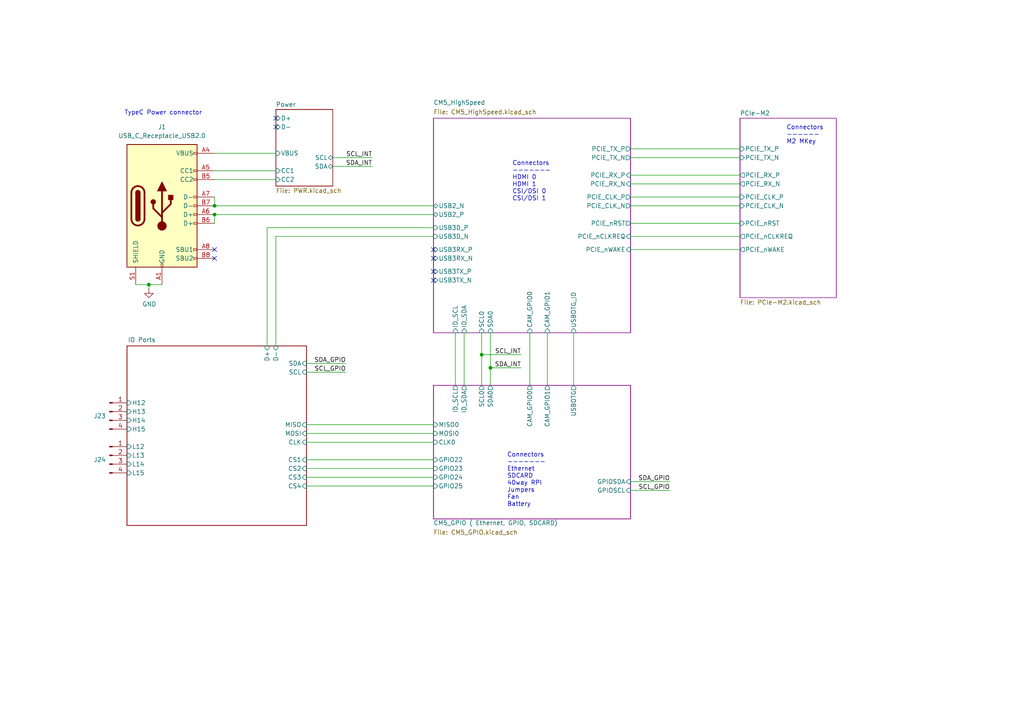
<source format=kicad_sch>
(kicad_sch (version 20231120) (generator "eeschema") (generator_version "8.0")
  (paper "A4")
  (title_block (title "Compute Module 5 IO Board - Top Level") (rev "1") (company "Copyright © 2024 Raspberry Pi Ltd.") (comment 1 "www.raspberrypi.com"))
  (lib_symbols
    (symbol "Connector:Conn_01x04_Pin" (pin_names (offset 1.016) hide)
      (property "Reference" "J" (at 0 5.08 0))
      (property "Value" "Conn_01x04_Pin" (at 0 -7.62 0))
      (symbol "Conn_01x04_Pin_1_1"
        (polyline (pts (xy 1.27 -5.08) (xy 0.8636 -5.08)) (stroke (width 0.1524)))
        (polyline (pts (xy 1.27 -2.54) (xy 0.8636 -2.54)) (stroke (width 0.1524)))
        (polyline (pts (xy 1.27 0) (xy 0.8636 0)) (stroke (width 0.1524)))
        (polyline (pts (xy 1.27 2.54) (xy 0.8636 2.54)) (stroke (width 0.1524)))
        (rectangle (start 0.8636 -4.953) (end 0 -5.207) (stroke (width 0.1524)) (fill (type outline)))
        (rectangle (start 0.8636 -2.413) (end 0 -2.667) (stroke (width 0.1524)) (fill (type outline)))
        (rectangle (start 0.8636 0.127) (end 0 -0.127) (stroke (width 0.1524)) (fill (type outline)))
        (rectangle (start 0.8636 2.667) (end 0 2.413) (stroke (width 0.1524)) (fill (type outline)))
        (pin passive line (at 5.08 2.54 180) (length 3.81) (name "Pin_1") (number "1"))
        (pin passive line (at 5.08 0 180) (length 3.81) (name "Pin_2") (number "2"))
        (pin passive line (at 5.08 -2.54 180) (length 3.81) (name "Pin_3") (number "3"))
        (pin passive line (at 5.08 -5.08 180) (length 3.81) (name "Pin_4") (number "4"))
      )
    )
    (symbol "Connector:USB_C_Receptacle_USB2.0_16P" (pin_names (offset 1.016))
      (property "Reference" "J" (at 0 22.225 0))
      (property "Value" "USB_C_Receptacle_USB2.0_16P" (at 0 19.685 0))
      (symbol "USB_C_Receptacle_USB2.0_16P_0_0"
        (rectangle (start -0.254 -17.78) (end 0.254 -16.764))
        (rectangle (start 10.16 -14.986) (end 9.144 -15.494))
        (rectangle (start 10.16 -12.446) (end 9.144 -12.954))
        (rectangle (start 10.16 -4.826) (end 9.144 -5.334))
        (rectangle (start 10.16 -2.286) (end 9.144 -2.794))
        (rectangle (start 10.16 0.254) (end 9.144 -0.254))
        (rectangle (start 10.16 2.794) (end 9.144 2.286))
        (rectangle (start 10.16 7.874) (end 9.144 7.366))
        (rectangle (start 10.16 10.414) (end 9.144 9.906))
        (rectangle (start 10.16 15.494) (end 9.144 14.986))
      )
      (symbol "USB_C_Receptacle_USB2.0_16P_0_1"
        (rectangle (start -10.16 17.78) (end 10.16 -17.78) (stroke (width 0.254)) (fill (type background)))
        (arc (start -8.89 -3.81) (mid -6.985 -5.7067) (end -5.08 -3.81) (stroke (width 0.508)))
        (arc (start -7.62 -3.81) (mid -6.985 -4.4423) (end -6.35 -3.81) (stroke (width 0.254)))
        (arc (start -7.62 -3.81) (mid -6.985 -4.4423) (end -6.35 -3.81) (stroke (width 0.254)) (fill (type outline)))
        (rectangle (start -7.62 -3.81) (end -6.35 3.81) (stroke (width 0.254)) (fill (type outline)))
        (arc (start -6.35 3.81) (mid -6.985 4.4423) (end -7.62 3.81) (stroke (width 0.254)))
        (arc (start -6.35 3.81) (mid -6.985 4.4423) (end -7.62 3.81) (stroke (width 0.254)) (fill (type outline)))
        (arc (start -5.08 3.81) (mid -6.985 5.7067) (end -8.89 3.81) (stroke (width 0.508)))
        (circle (center -2.54 1.143) (radius 0.635) (stroke (width 0.254)) (fill (type outline)))
        (circle (center 0 -5.842) (radius 1.27) (fill (type outline)))
        (polyline (pts (xy -8.89 -3.81) (xy -8.89 3.81)) (stroke (width 0.508)))
        (polyline (pts (xy -5.08 3.81) (xy -5.08 -3.81)) (stroke (width 0.508)))
        (polyline (pts (xy 0 -5.842) (xy 0 4.318)) (stroke (width 0.508)))
        (polyline (pts (xy 0 -3.302) (xy -2.54 -0.762) (xy -2.54 0.508)) (stroke (width 0.508)))
        (polyline (pts (xy 0 -2.032) (xy 2.54 0.508) (xy 2.54 1.778)) (stroke (width 0.508)))
        (polyline (pts (xy -1.27 4.318) (xy 0 6.858) (xy 1.27 4.318) (xy -1.27 4.318)) (stroke (width 0.254)) (fill (type outline)))
        (rectangle (start 1.905 1.778) (end 3.175 3.048) (stroke (width 0.254)) (fill (type outline)))
      )
      (symbol "USB_C_Receptacle_USB2.0_16P_1_1"
        (pin passive line (at 0 -22.86 90) (length 5.08) (name "GND") (number "A1"))
        (pin passive line (at 0 -22.86 90) (length 5.08) hide (name "GND") (number "A12"))
        (pin passive line (at 15.24 15.24 180) (length 5.08) (name "VBUS") (number "A4"))
        (pin bidirectional line (at 15.24 10.16 180) (length 5.08) (name "CC1") (number "A5"))
        (pin bidirectional line (at 15.24 -2.54 180) (length 5.08) (name "D+") (number "A6"))
        (pin bidirectional line (at 15.24 2.54 180) (length 5.08) (name "D-") (number "A7"))
        (pin bidirectional line (at 15.24 -12.7 180) (length 5.08) (name "SBU1") (number "A8"))
        (pin passive line (at 15.24 15.24 180) (length 5.08) hide (name "VBUS") (number "A9"))
        (pin passive line (at 0 -22.86 90) (length 5.08) hide (name "GND") (number "B1"))
        (pin passive line (at 0 -22.86 90) (length 5.08) hide (name "GND") (number "B12"))
        (pin passive line (at 15.24 15.24 180) (length 5.08) hide (name "VBUS") (number "B4"))
        (pin bidirectional line (at 15.24 7.62 180) (length 5.08) (name "CC2") (number "B5"))
        (pin bidirectional line (at 15.24 -5.08 180) (length 5.08) (name "D+") (number "B6"))
        (pin bidirectional line (at 15.24 0 180) (length 5.08) (name "D-") (number "B7"))
        (pin bidirectional line (at 15.24 -15.24 180) (length 5.08) (name "SBU2") (number "B8"))
        (pin passive line (at 15.24 15.24 180) (length 5.08) hide (name "VBUS") (number "B9"))
        (pin passive line (at -7.62 -22.86 90) (length 5.08) (name "SHIELD") (number "S1"))
      )
    )
    (symbol "power:GND" (power) (pin_numbers hide) (pin_names (offset 0) hide)
      (property "Value" "GND" (at 0 -3.81 0))
      (symbol "GND_0_1"
        (polyline (pts (xy 0 0) (xy 0 -1.27) (xy 1.27 -1.27) (xy 0 -2.54) (xy -1.27 -1.27) (xy 0 -1.27)))
      )
      (symbol "GND_1_1"
        (pin power_in line (at 0 0 270) (length 0) (name "~") (number "1"))
      )
    )
  )
  (junction (at 43.18 82.55))
  (junction (at 139.7 102.87))
  (junction (at 62.23 59.69))
  (junction (at 142.24 106.68))
  (junction (at 62.23 62.23))
  (no_connect (at 125.73 81.28))
  (no_connect (at 125.73 72.39))
  (no_connect (at 125.73 74.93))
  (no_connect (at 80.01 34.29))
  (no_connect (at 80.01 36.83))
  (no_connect (at 62.23 74.93))
  (no_connect (at 125.73 78.74))
  (no_connect (at 62.23 72.39))
  (wire (pts (xy 88.9 135.89) (xy 125.73 135.89)))
  (wire (pts (xy 182.88 53.34) (xy 214.63 53.34)))
  (wire (pts (xy 194.31 142.24) (xy 182.88 142.24)))
  (wire (pts (xy 88.9 125.73) (xy 125.73 125.73)))
  (wire (pts (xy 100.33 105.41) (xy 88.9 105.41)))
  (wire (pts (xy 182.88 68.58) (xy 214.63 68.58)))
  (wire (pts (xy 88.9 140.97) (xy 125.73 140.97)))
  (wire (pts (xy 43.18 83.82) (xy 43.18 82.55)))
  (wire (pts (xy 96.52 45.72) (xy 107.95 45.72)))
  (wire (pts (xy 142.24 106.68) (xy 151.13 106.68)))
  (wire (pts (xy 96.52 48.26) (xy 107.95 48.26)))
  (wire (pts (xy 182.88 43.18) (xy 214.63 43.18)))
  (wire (pts (xy 88.9 133.35) (xy 125.73 133.35)))
  (wire (pts (xy 88.9 128.27) (xy 125.73 128.27)))
  (wire (pts (xy 80.01 68.58) (xy 80.01 100.33)))
  (wire (pts (xy 182.88 57.15) (xy 214.63 57.15)))
  (wire (pts (xy 153.67 96.52) (xy 153.67 111.76)))
  (wire (pts (xy 142.24 96.52) (xy 142.24 106.68)))
  (wire (pts (xy 182.88 45.72) (xy 214.63 45.72)))
  (wire (pts (xy 158.75 96.52) (xy 158.75 111.76)))
  (wire (pts (xy 139.7 102.87) (xy 151.13 102.87)))
  (wire (pts (xy 166.37 96.52) (xy 166.37 111.76)))
  (wire (pts (xy 182.88 64.77) (xy 214.63 64.77)))
  (wire (pts (xy 134.62 96.52) (xy 134.62 111.76)))
  (wire (pts (xy 62.23 57.15) (xy 62.23 59.69)))
  (wire (pts (xy 62.23 52.07) (xy 80.01 52.07)))
  (wire (pts (xy 132.08 96.52) (xy 132.08 111.76)))
  (wire (pts (xy 80.01 68.58) (xy 125.73 68.58)))
  (wire (pts (xy 142.24 106.68) (xy 142.24 111.76)))
  (wire (pts (xy 77.47 66.04) (xy 125.73 66.04)))
  (wire (pts (xy 62.23 59.69) (xy 125.73 59.69)))
  (wire (pts (xy 62.23 62.23) (xy 125.73 62.23)))
  (wire (pts (xy 62.23 44.45) (xy 80.01 44.45)))
  (wire (pts (xy 43.18 82.55) (xy 46.99 82.55)))
  (wire (pts (xy 182.88 59.69) (xy 214.63 59.69)))
  (wire (pts (xy 39.37 82.55) (xy 43.18 82.55)))
  (wire (pts (xy 139.7 96.52) (xy 139.7 102.87)))
  (wire (pts (xy 100.33 107.95) (xy 88.9 107.95)))
  (wire (pts (xy 194.31 139.7) (xy 182.88 139.7)))
  (wire (pts (xy 182.88 50.8) (xy 214.63 50.8)))
  (wire (pts (xy 62.23 49.53) (xy 80.01 49.53)))
  (wire (pts (xy 77.47 66.04) (xy 77.47 100.33)))
  (wire (pts (xy 88.9 123.19) (xy 125.73 123.19)))
  (wire (pts (xy 88.9 138.43) (xy 125.73 138.43)))
  (wire (pts (xy 182.88 72.39) (xy 214.63 72.39)))
  (wire (pts (xy 139.7 102.87) (xy 139.7 111.76)))
  (wire (pts (xy 62.23 62.23) (xy 62.23 64.77)))
  (text "Connectors\n-------\nEthernet\nSDCARD\n40way RPI\nJumpers\nFan\nBattery" (at 147.066 147.066 0) (effects (font (size 1.27 1.27)) (justify left bottom)))
  (text "Connectors\n------\nM2 MKey" (at 228.092 41.91 0) (effects (font (size 1.27 1.27)) (justify left bottom)))
  (text "TypeC Power connector" (at 36.068 33.528 0) (effects (font (size 1.27 1.27)) (justify left bottom)))
  (text "Connectors\n-------\nHDMI 0\nHDMI 1\nCSI/DSI 0\nCSI/DSI 1" (at 148.59 58.42 0) (effects (font (size 1.27 1.27)) (justify left bottom)))
  (label "SDA_INT" (at 107.95 48.26 180))
  (label "SDA_INT" (at 151.13 106.68 180))
  (label "SDA_GPIO" (at 194.31 139.7 180))
  (label "SCL_INT" (at 151.13 102.87 180))
  (label "SCL_INT" (at 107.95 45.72 180))
  (label "SDA_GPIO" (at 100.33 105.41 180))
  (label "SCL_GPIO" (at 194.31 142.24 180))
  (label "SCL_GPIO" (at 100.33 107.95 180))
  (symbol (lib_id "Connector:USB_C_Receptacle_USB2.0_16P") (at 46.99 59.69 0) (unit 1)
    (property "Reference" "J1" (at 46.99 36.83 0))
    (property "Value" "USB_C_Receptacle_USB2.0" (at 46.99 39.37 0))
    (property "Footprint" "Connector_USB:USB_C_Receptacle_GCT_USB4105-xx-A_16P_TopMnt_Horizontal" (effects (hide yes)))
    (property "Datasheet" "https://www.usb.org/sites/default/files/documents/usb_type-c.zip" (effects (hide yes)))
    (property "Field5" "USBF31-0171" (effects (hide yes)))
    (property "Field6" "USBF31-0171" (effects (hide yes)))
    (property "Field7" "MTCONN" (effects (hide yes)))
    (property "Part Description" "USBC USB2 data and power connector" (effects (hide yes)))
  )
  (symbol (lib_id "Connector:Conn_01x04_Pin") (at 31.75 132.08 0) (unit 1)
    (property "Reference" "J24" (at 30.734 133.35 0) (effects (justify right)))
    (property "Value" "Conn_01x04_Pin" (effects (hide yes)))
    (property "Footprint" "Connector_PinHeader_1.27mm:PinHeader_1x04_P1.27mm_Vertical" (effects (hide yes)))
    (property "Description" "Generic connector, single row, 01x04, script generated" (effects (hide yes)))
  )
  (symbol (lib_id "Connector:Conn_01x04_Pin") (at 31.75 119.38 0) (unit 1)
    (property "Reference" "J23" (at 30.734 120.65 0) (effects (justify right)))
    (property "Value" "Conn_01x04_Pin" (effects (hide yes)))
    (property "Footprint" "Connector_PinHeader_1.27mm:PinHeader_1x04_P1.27mm_Vertical" (effects (hide yes)))
    (property "Description" "Generic connector, single row, 01x04, script generated" (effects (hide yes)))
  )
  (symbol (lib_id "power:GND") (at 43.18 83.82 0) (unit 1)
    (property "Reference" "#PWR01" (effects (hide yes)))
    (property "Value" "GND" (at 43.307 88.2142 0))
    (property "Description" "Power symbol creates a global label with name \"GND\" , ground" (effects (hide yes)))
  )
  (sheet (at 125.73 111.76) (size 57.15 38.735) (stroke (width 0.1524) (color 132 0 132 1)) (fill (color 255 255 255 0.0000))
    (property "Sheetname" "CM5_GPIO ( Ethernet, GPIO, SDCARD)" (at 125.73 152.4 0) (effects (justify left bottom)))
    (property "Sheetfile" "CM5_GPIO.kicad_sch" (at 125.73 153.67 0) (effects (justify left top)))
    (pin "CAM_GPIO0" output (at 153.67 111.76 90))
    (pin "CAM_GPIO1" output (at 158.75 111.76 90))
    (pin "USBOTG" output (at 166.37 111.76 90))
    (pin "GPIOSDA" input (at 182.88 139.7 0))
    (pin "GPIOSCL" input (at 182.88 142.24 0))
    (pin "ID_SCL" output (at 132.08 111.76 90))
    (pin "MISO0" input (at 125.73 123.19 180))
    (pin "MOSI0" input (at 125.73 125.73 180))
    (pin "CLK0" input (at 125.73 128.27 180))
    (pin "ID_SDA" output (at 134.62 111.76 90))
    (pin "SDA0" output (at 142.24 111.76 90))
    (pin "SCL0" output (at 139.7 111.76 90))
    (pin "GPIO25" input (at 125.73 140.97 180))
    (pin "GPIO24" input (at 125.73 138.43 180))
    (pin "GPIO22" input (at 125.73 133.35 180))
    (pin "GPIO23" input (at 125.73 135.89 180))
  )
  (sheet (at 125.73 34.29) (size 57.15 62.23) (stroke (width 0.1524) (color 132 0 132 1)) (fill (color 255 255 255 0.0000))
    (property "Sheetname" "CM5_HighSpeed" (at 125.73 30.48 0) (effects (justify left bottom)))
    (property "Sheetfile" "CM5_HighSpeed.kicad_sch" (at 125.73 31.75 0) (effects (justify left top)))
    (pin "USB2_N" bidirectional (at 125.73 59.69 180))
    (pin "USB2_P" bidirectional (at 125.73 62.23 180))
    (pin "PCIE_CLK_P" output (at 182.88 57.15 0))
    (pin "PCIE_CLK_N" output (at 182.88 59.69 0))
    (pin "PCIE_TX_P" output (at 182.88 43.18 0))
    (pin "PCIE_TX_N" output (at 182.88 45.72 0))
    (pin "PCIE_nRST" output (at 182.88 64.77 0))
    (pin "PCIE_RX_P" input (at 182.88 50.8 0))
    (pin "PCIE_RX_N" input (at 182.88 53.34 0))
    (pin "PCIE_nCLKREQ" input (at 182.88 68.58 0))
    (pin "USBOTG_ID" input (at 166.37 96.52 270))
    (pin "PCIE_nWAKE" input (at 182.88 72.39 0))
    (pin "CAM_GPIO0" input (at 153.67 96.52 270))
    (pin "CAM_GPIO1" input (at 158.75 96.52 270))
    (pin "SCL0" input (at 139.7 96.52 270))
    (pin "SDA0" input (at 142.24 96.52 270))
    (pin "ID_SCL" input (at 132.08 96.52 270))
    (pin "ID_SDA" input (at 134.62 96.52 270))
    (pin "USB3D_P" input (at 125.73 66.04 180))
    (pin "USB3D_N" input (at 125.73 68.58 180))
    (pin "USB3RX_P" input (at 125.73 72.39 180))
    (pin "USB3RX_N" input (at 125.73 74.93 180))
    (pin "USB3TX_P" input (at 125.73 78.74 180))
    (pin "USB3TX_N" input (at 125.73 81.28 180))
  )
  (sheet (at 214.63 34.29) (size 27.94 52.07) (stroke (width 0.152) (color 132 0 132 1)) (fill (color 255 255 255 0.0000))
    (property "Sheetname" "PCIe-M2" (at 214.63 33.5786 0) (effects (justify left bottom)))
    (property "Sheetfile" "PCIe-M2.kicad_sch" (at 214.63 86.9444 0) (effects (justify left top)))
    (pin "PCIE_CLK_P" input (at 214.63 57.15 180))
    (pin "PCIE_CLK_N" input (at 214.63 59.69 180))
    (pin "PCIE_TX_P" input (at 214.63 43.18 180))
    (pin "PCIE_TX_N" input (at 214.63 45.72 180))
    (pin "PCIE_nCLKREQ" output (at 214.63 68.58 180))
    (pin "PCIE_nRST" input (at 214.63 64.77 180))
    (pin "PCIE_RX_P" output (at 214.63 50.8 180))
    (pin "PCIE_RX_N" output (at 214.63 53.34 180))
    (pin "PCIE_nWAKE" output (at 214.63 72.39 180))
  )
  (sheet (at 36.83 100.33) (size 52.07 52.07) (stroke (width 0.1524))
    (property "Sheetname" "IO Ports" (at 37.084 99.314 0) (effects (justify left bottom)))
    (property "Sheetfile" "IOPorts.kicad_sch" (effects (hide yes)))
    (pin "L13" input (at 36.83 132.08 180))
    (pin "L14" input (at 36.83 134.62 180))
    (pin "L12" input (at 36.83 129.54 180))
    (pin "L15" input (at 36.83 137.16 180))
    (pin "H15" input (at 36.83 124.46 180))
    (pin "H13" input (at 36.83 119.38 180))
    (pin "H14" input (at 36.83 121.92 180))
    (pin "H12" input (at 36.83 116.84 180))
    (pin "D+" input (at 77.47 100.33 90))
    (pin "D-" input (at 80.01 100.33 90))
    (pin "SDA" input (at 88.9 105.41 0))
    (pin "SCL" input (at 88.9 107.95 0))
    (pin "CLK" input (at 88.9 128.27 0))
    (pin "MOSI" input (at 88.9 125.73 0))
    (pin "MISO" input (at 88.9 123.19 0))
    (pin "CS4" input (at 88.9 140.97 0))
    (pin "CS1" input (at 88.9 133.35 0))
    (pin "CS3" input (at 88.9 138.43 0))
    (pin "CS2" input (at 88.9 135.89 0))
  )
  (sheet (at 80.01 31.75) (size 16.51 22.225) (stroke (width 0.1524))
    (property "Sheetname" "Power" (at 80.01 31.0384 0) (effects (justify left bottom)))
    (property "Sheetfile" "PWR.kicad_sch" (at 80.01 54.5596 0) (effects (justify left top)))
    (pin "SCL" bidirectional (at 96.52 45.72 0))
    (pin "SDA" bidirectional (at 96.52 48.26 0))
    (pin "VBUS" input (at 80.01 44.45 180))
    (pin "CC1" input (at 80.01 49.53 180))
    (pin "CC2" input (at 80.01 52.07 180))
    (pin "D-" input (at 80.01 36.83 180))
    (pin "D+" input (at 80.01 34.29 180))
  )
)
</source>
